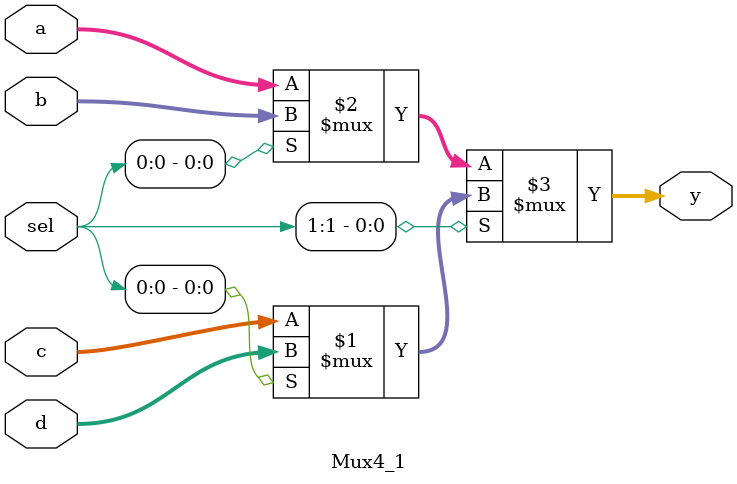
<source format=v>
`timescale 1ns / 1ps


module Mux4_1 #(parameter mux_width=32)(
    input [(mux_width-1):0] a, b, c, d,
    input [1:0] sel,
	
    output [(mux_width-1):0] y
    );
    
    assign y = sel[1] ? (sel[0] ? d : c) : (sel[0] ? b : a);
    
endmodule

</source>
